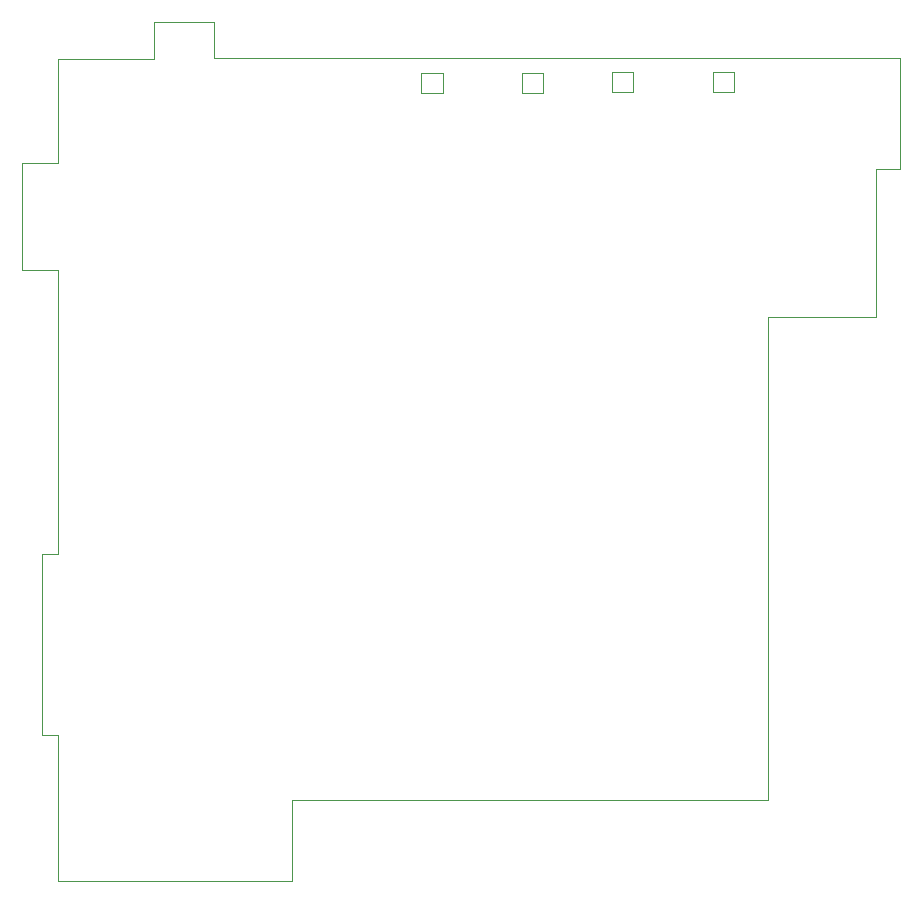
<source format=gbp>
%TF.GenerationSoftware,KiCad,Pcbnew,7.0.1-3b83917a11~172~ubuntu22.04.1*%
%TF.CreationDate,2024-01-22T22:13:39+01:00*%
%TF.ProjectId,NES_POWER_FINESSE,4e45535f-504f-4574-9552-5f46494e4553,rev?*%
%TF.SameCoordinates,Original*%
%TF.FileFunction,Paste,Bot*%
%TF.FilePolarity,Positive*%
%FSLAX46Y46*%
G04 Gerber Fmt 4.6, Leading zero omitted, Abs format (unit mm)*
G04 Created by KiCad (PCBNEW 7.0.1-3b83917a11~172~ubuntu22.04.1) date 2024-01-22 22:13:39*
%MOMM*%
%LPD*%
G01*
G04 APERTURE LIST*
%TA.AperFunction,Profile*%
%ADD10C,0.050000*%
%TD*%
%TA.AperFunction,Profile*%
%ADD11C,0.010000*%
%TD*%
G04 APERTURE END LIST*
D10*
X118490000Y-127370000D02*
X118490000Y-114990000D01*
X187790000Y-79590000D02*
X178640000Y-79590000D01*
X178640000Y-120470000D02*
X173590000Y-120470000D01*
X173590000Y-120470000D02*
X163640000Y-120470000D01*
X117190000Y-114990000D02*
X118490000Y-114990000D01*
X126640000Y-54590000D02*
X131690000Y-54590000D01*
X118490000Y-66590000D02*
X118490000Y-57790000D01*
X163640000Y-120470000D02*
X138290000Y-120470000D01*
X189840000Y-57690000D02*
X189840000Y-67090000D01*
X118490000Y-57790000D02*
X126640000Y-57790000D01*
X131690000Y-57690000D02*
X189840000Y-57690000D01*
X117190000Y-114990000D02*
X117190000Y-99690000D01*
X189840000Y-67090000D02*
X187790000Y-67090000D01*
X138290000Y-120470000D02*
X138290000Y-127370000D01*
X117190000Y-99690000D02*
X118490000Y-99690000D01*
X187790000Y-67090000D02*
X187790000Y-79590000D01*
X118490000Y-75590000D02*
X115490000Y-75590000D01*
X115490000Y-66590000D02*
X118490000Y-66590000D01*
X115490000Y-75590000D02*
X115490000Y-66590000D01*
X118490000Y-99690000D02*
X118490000Y-75590000D01*
X126640000Y-57790000D02*
X126640000Y-54590000D01*
X138290000Y-127370000D02*
X118490000Y-127370000D01*
X131690000Y-54590000D02*
X131690000Y-57690000D01*
X178640000Y-79590000D02*
X178640000Y-120470000D01*
D11*
%TO.C,J3*%
X149286000Y-60648000D02*
X151086000Y-60648000D01*
X151086000Y-60648000D02*
X151086000Y-58948000D01*
X157786000Y-60648000D02*
X159586000Y-60648000D01*
X159586000Y-60648000D02*
X159586000Y-58948000D01*
X149286000Y-58948000D02*
X149286000Y-60648000D01*
X151086000Y-58948000D02*
X149286000Y-58948000D01*
X157786000Y-58948000D02*
X157786000Y-60648000D01*
X159586000Y-58948000D02*
X157786000Y-58948000D01*
%TO.C,J5*%
X165432000Y-60554000D02*
X167232000Y-60554000D01*
X167232000Y-60554000D02*
X167232000Y-58854000D01*
X173932000Y-60554000D02*
X175732000Y-60554000D01*
X175732000Y-60554000D02*
X175732000Y-58854000D01*
X165432000Y-58854000D02*
X165432000Y-60554000D01*
X167232000Y-58854000D02*
X165432000Y-58854000D01*
X173932000Y-58854000D02*
X173932000Y-60554000D01*
X175732000Y-58854000D02*
X173932000Y-58854000D01*
%TD*%
M02*

</source>
